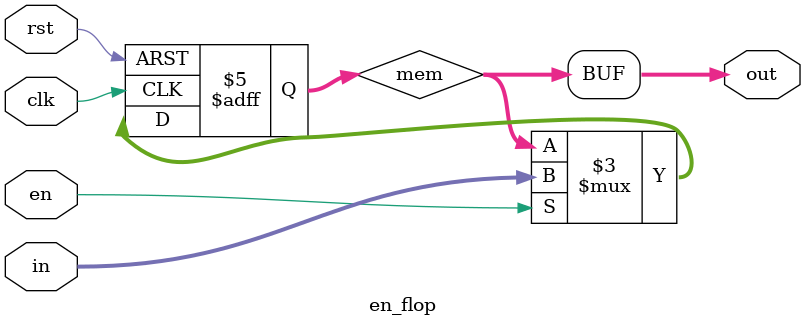
<source format=v>
module en_flop #(parameter WIDTH = 4) 
(
    input clk, en, rst,
    input [WIDTH - 1:0] in,
    
    output [WIDTH - 1:0] out
);

    reg [WIDTH - 1:0] mem;
    
    always @ (posedge clk, posedge rst)
    begin
        if (rst) 
            mem = 0;
        else if (en) 
            mem = in;
    end
    
    assign out = mem;
endmodule

</source>
